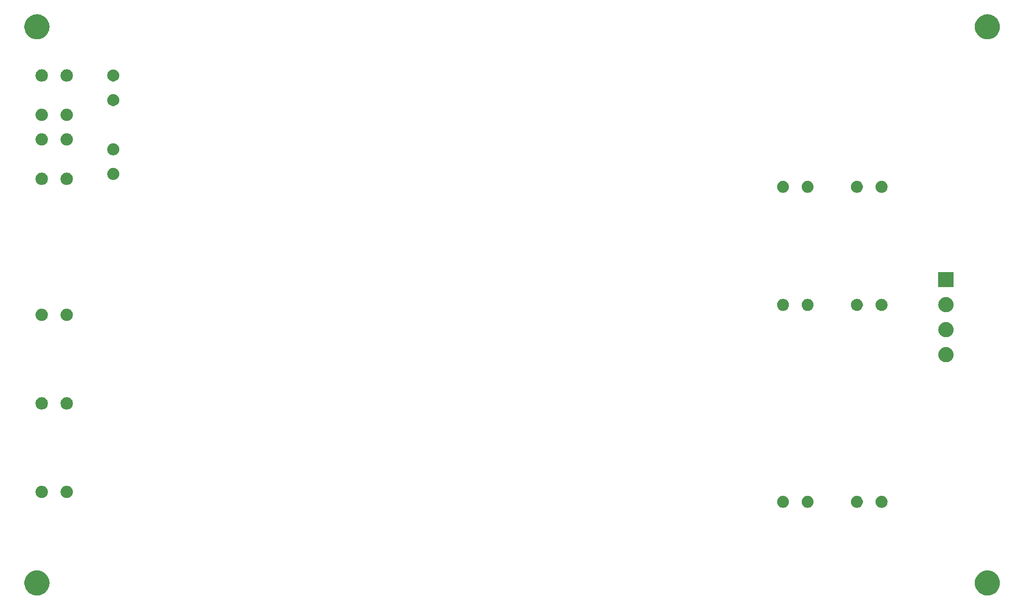
<source format=gbr>
G04 #@! TF.GenerationSoftware,KiCad,Pcbnew,9.0.0*
G04 #@! TF.CreationDate,2025-02-23T15:52:22-07:00*
G04 #@! TF.ProjectId,Power_Supply,506f7765-725f-4537-9570-706c792e6b69,rev?*
G04 #@! TF.SameCoordinates,Original*
G04 #@! TF.FileFunction,Soldermask,Bot*
G04 #@! TF.FilePolarity,Negative*
%FSLAX46Y46*%
G04 Gerber Fmt 4.6, Leading zero omitted, Abs format (unit mm)*
G04 Created by KiCad (PCBNEW 9.0.0) date 2025-02-23 15:52:22*
%MOMM*%
%LPD*%
G01*
G04 APERTURE LIST*
G04 APERTURE END LIST*
G36*
X3927308Y-113985043D02*
G01*
X4206207Y-114048700D01*
X4476225Y-114143183D01*
X4733967Y-114267305D01*
X4976190Y-114419504D01*
X5199850Y-114597867D01*
X5402133Y-114800150D01*
X5580496Y-115023810D01*
X5732695Y-115266033D01*
X5856817Y-115523775D01*
X5951300Y-115793793D01*
X6014957Y-116072692D01*
X6046987Y-116356964D01*
X6046987Y-116643036D01*
X6014957Y-116927308D01*
X5951300Y-117206207D01*
X5856817Y-117476225D01*
X5732695Y-117733967D01*
X5580496Y-117976190D01*
X5402133Y-118199850D01*
X5199850Y-118402133D01*
X4976190Y-118580496D01*
X4733967Y-118732695D01*
X4476225Y-118856817D01*
X4206207Y-118951300D01*
X3927308Y-119014957D01*
X3643036Y-119046987D01*
X3356964Y-119046987D01*
X3072692Y-119014957D01*
X2793793Y-118951300D01*
X2523775Y-118856817D01*
X2266033Y-118732695D01*
X2023810Y-118580496D01*
X1800150Y-118402133D01*
X1597867Y-118199850D01*
X1419504Y-117976190D01*
X1267305Y-117733967D01*
X1143183Y-117476225D01*
X1048700Y-117206207D01*
X985043Y-116927308D01*
X953013Y-116643036D01*
X953013Y-116356964D01*
X985043Y-116072692D01*
X1048700Y-115793793D01*
X1143183Y-115523775D01*
X1267305Y-115266033D01*
X1419504Y-115023810D01*
X1597867Y-114800150D01*
X1800150Y-114597867D01*
X2023810Y-114419504D01*
X2266033Y-114267305D01*
X2523775Y-114143183D01*
X2793793Y-114048700D01*
X3072692Y-113985043D01*
X3356964Y-113953013D01*
X3643036Y-113953013D01*
X3927308Y-113985043D01*
G37*
G36*
X196927308Y-113985043D02*
G01*
X197206207Y-114048700D01*
X197476225Y-114143183D01*
X197733967Y-114267305D01*
X197976190Y-114419504D01*
X198199850Y-114597867D01*
X198402133Y-114800150D01*
X198580496Y-115023810D01*
X198732695Y-115266033D01*
X198856817Y-115523775D01*
X198951300Y-115793793D01*
X199014957Y-116072692D01*
X199046987Y-116356964D01*
X199046987Y-116643036D01*
X199014957Y-116927308D01*
X198951300Y-117206207D01*
X198856817Y-117476225D01*
X198732695Y-117733967D01*
X198580496Y-117976190D01*
X198402133Y-118199850D01*
X198199850Y-118402133D01*
X197976190Y-118580496D01*
X197733967Y-118732695D01*
X197476225Y-118856817D01*
X197206207Y-118951300D01*
X196927308Y-119014957D01*
X196643036Y-119046987D01*
X196356964Y-119046987D01*
X196072692Y-119014957D01*
X195793793Y-118951300D01*
X195523775Y-118856817D01*
X195266033Y-118732695D01*
X195023810Y-118580496D01*
X194800150Y-118402133D01*
X194597867Y-118199850D01*
X194419504Y-117976190D01*
X194267305Y-117733967D01*
X194143183Y-117476225D01*
X194048700Y-117206207D01*
X193985043Y-116927308D01*
X193953013Y-116643036D01*
X193953013Y-116356964D01*
X193985043Y-116072692D01*
X194048700Y-115793793D01*
X194143183Y-115523775D01*
X194267305Y-115266033D01*
X194419504Y-115023810D01*
X194597867Y-114800150D01*
X194800150Y-114597867D01*
X195023810Y-114419504D01*
X195266033Y-114267305D01*
X195523775Y-114143183D01*
X195793793Y-114048700D01*
X196072692Y-113985043D01*
X196356964Y-113953013D01*
X196643036Y-113953013D01*
X196927308Y-113985043D01*
G37*
G36*
X155286204Y-98807874D02*
G01*
X155469170Y-98867324D01*
X155640583Y-98954663D01*
X155796223Y-99067742D01*
X155932258Y-99203777D01*
X156045337Y-99359417D01*
X156132676Y-99530830D01*
X156192126Y-99713796D01*
X156222221Y-99903809D01*
X156222221Y-100096191D01*
X156192126Y-100286204D01*
X156132676Y-100469170D01*
X156045337Y-100640583D01*
X155932258Y-100796223D01*
X155796223Y-100932258D01*
X155640583Y-101045337D01*
X155469170Y-101132676D01*
X155286204Y-101192126D01*
X155096191Y-101222221D01*
X154903809Y-101222221D01*
X154713796Y-101192126D01*
X154530830Y-101132676D01*
X154359417Y-101045337D01*
X154203777Y-100932258D01*
X154067742Y-100796223D01*
X153954663Y-100640583D01*
X153867324Y-100469170D01*
X153807874Y-100286204D01*
X153777779Y-100096191D01*
X153777779Y-99903809D01*
X153807874Y-99713796D01*
X153867324Y-99530830D01*
X153954663Y-99359417D01*
X154067742Y-99203777D01*
X154203777Y-99067742D01*
X154359417Y-98954663D01*
X154530830Y-98867324D01*
X154713796Y-98807874D01*
X154903809Y-98777779D01*
X155096191Y-98777779D01*
X155286204Y-98807874D01*
G37*
G36*
X160286204Y-98807874D02*
G01*
X160469170Y-98867324D01*
X160640583Y-98954663D01*
X160796223Y-99067742D01*
X160932258Y-99203777D01*
X161045337Y-99359417D01*
X161132676Y-99530830D01*
X161192126Y-99713796D01*
X161222221Y-99903809D01*
X161222221Y-100096191D01*
X161192126Y-100286204D01*
X161132676Y-100469170D01*
X161045337Y-100640583D01*
X160932258Y-100796223D01*
X160796223Y-100932258D01*
X160640583Y-101045337D01*
X160469170Y-101132676D01*
X160286204Y-101192126D01*
X160096191Y-101222221D01*
X159903809Y-101222221D01*
X159713796Y-101192126D01*
X159530830Y-101132676D01*
X159359417Y-101045337D01*
X159203777Y-100932258D01*
X159067742Y-100796223D01*
X158954663Y-100640583D01*
X158867324Y-100469170D01*
X158807874Y-100286204D01*
X158777779Y-100096191D01*
X158777779Y-99903809D01*
X158807874Y-99713796D01*
X158867324Y-99530830D01*
X158954663Y-99359417D01*
X159067742Y-99203777D01*
X159203777Y-99067742D01*
X159359417Y-98954663D01*
X159530830Y-98867324D01*
X159713796Y-98807874D01*
X159903809Y-98777779D01*
X160096191Y-98777779D01*
X160286204Y-98807874D01*
G37*
G36*
X170286204Y-98807874D02*
G01*
X170469170Y-98867324D01*
X170640583Y-98954663D01*
X170796223Y-99067742D01*
X170932258Y-99203777D01*
X171045337Y-99359417D01*
X171132676Y-99530830D01*
X171192126Y-99713796D01*
X171222221Y-99903809D01*
X171222221Y-100096191D01*
X171192126Y-100286204D01*
X171132676Y-100469170D01*
X171045337Y-100640583D01*
X170932258Y-100796223D01*
X170796223Y-100932258D01*
X170640583Y-101045337D01*
X170469170Y-101132676D01*
X170286204Y-101192126D01*
X170096191Y-101222221D01*
X169903809Y-101222221D01*
X169713796Y-101192126D01*
X169530830Y-101132676D01*
X169359417Y-101045337D01*
X169203777Y-100932258D01*
X169067742Y-100796223D01*
X168954663Y-100640583D01*
X168867324Y-100469170D01*
X168807874Y-100286204D01*
X168777779Y-100096191D01*
X168777779Y-99903809D01*
X168807874Y-99713796D01*
X168867324Y-99530830D01*
X168954663Y-99359417D01*
X169067742Y-99203777D01*
X169203777Y-99067742D01*
X169359417Y-98954663D01*
X169530830Y-98867324D01*
X169713796Y-98807874D01*
X169903809Y-98777779D01*
X170096191Y-98777779D01*
X170286204Y-98807874D01*
G37*
G36*
X175286204Y-98807874D02*
G01*
X175469170Y-98867324D01*
X175640583Y-98954663D01*
X175796223Y-99067742D01*
X175932258Y-99203777D01*
X176045337Y-99359417D01*
X176132676Y-99530830D01*
X176192126Y-99713796D01*
X176222221Y-99903809D01*
X176222221Y-100096191D01*
X176192126Y-100286204D01*
X176132676Y-100469170D01*
X176045337Y-100640583D01*
X175932258Y-100796223D01*
X175796223Y-100932258D01*
X175640583Y-101045337D01*
X175469170Y-101132676D01*
X175286204Y-101192126D01*
X175096191Y-101222221D01*
X174903809Y-101222221D01*
X174713796Y-101192126D01*
X174530830Y-101132676D01*
X174359417Y-101045337D01*
X174203777Y-100932258D01*
X174067742Y-100796223D01*
X173954663Y-100640583D01*
X173867324Y-100469170D01*
X173807874Y-100286204D01*
X173777779Y-100096191D01*
X173777779Y-99903809D01*
X173807874Y-99713796D01*
X173867324Y-99530830D01*
X173954663Y-99359417D01*
X174067742Y-99203777D01*
X174203777Y-99067742D01*
X174359417Y-98954663D01*
X174530830Y-98867324D01*
X174713796Y-98807874D01*
X174903809Y-98777779D01*
X175096191Y-98777779D01*
X175286204Y-98807874D01*
G37*
G36*
X4752040Y-96783565D02*
G01*
X4938737Y-96844227D01*
X5113646Y-96933347D01*
X5272460Y-97048732D01*
X5411268Y-97187540D01*
X5526653Y-97346354D01*
X5615773Y-97521263D01*
X5676435Y-97707960D01*
X5707144Y-97901848D01*
X5707144Y-98098152D01*
X5676435Y-98292040D01*
X5615773Y-98478737D01*
X5526653Y-98653646D01*
X5411268Y-98812460D01*
X5272460Y-98951268D01*
X5113646Y-99066653D01*
X4938737Y-99155773D01*
X4752040Y-99216435D01*
X4558152Y-99247144D01*
X4361848Y-99247144D01*
X4167960Y-99216435D01*
X3981263Y-99155773D01*
X3806354Y-99066653D01*
X3647540Y-98951268D01*
X3508732Y-98812460D01*
X3393347Y-98653646D01*
X3304227Y-98478737D01*
X3243565Y-98292040D01*
X3212856Y-98098152D01*
X3212856Y-97901848D01*
X3243565Y-97707960D01*
X3304227Y-97521263D01*
X3393347Y-97346354D01*
X3508732Y-97187540D01*
X3647540Y-97048732D01*
X3806354Y-96933347D01*
X3981263Y-96844227D01*
X4167960Y-96783565D01*
X4361848Y-96752856D01*
X4558152Y-96752856D01*
X4752040Y-96783565D01*
G37*
G36*
X9832040Y-96783565D02*
G01*
X10018737Y-96844227D01*
X10193646Y-96933347D01*
X10352460Y-97048732D01*
X10491268Y-97187540D01*
X10606653Y-97346354D01*
X10695773Y-97521263D01*
X10756435Y-97707960D01*
X10787144Y-97901848D01*
X10787144Y-98098152D01*
X10756435Y-98292040D01*
X10695773Y-98478737D01*
X10606653Y-98653646D01*
X10491268Y-98812460D01*
X10352460Y-98951268D01*
X10193646Y-99066653D01*
X10018737Y-99155773D01*
X9832040Y-99216435D01*
X9638152Y-99247144D01*
X9441848Y-99247144D01*
X9247960Y-99216435D01*
X9061263Y-99155773D01*
X8886354Y-99066653D01*
X8727540Y-98951268D01*
X8588732Y-98812460D01*
X8473347Y-98653646D01*
X8384227Y-98478737D01*
X8323565Y-98292040D01*
X8292856Y-98098152D01*
X8292856Y-97901848D01*
X8323565Y-97707960D01*
X8384227Y-97521263D01*
X8473347Y-97346354D01*
X8588732Y-97187540D01*
X8727540Y-97048732D01*
X8886354Y-96933347D01*
X9061263Y-96844227D01*
X9247960Y-96783565D01*
X9441848Y-96752856D01*
X9638152Y-96752856D01*
X9832040Y-96783565D01*
G37*
G36*
X4752040Y-78783565D02*
G01*
X4938737Y-78844227D01*
X5113646Y-78933347D01*
X5272460Y-79048732D01*
X5411268Y-79187540D01*
X5526653Y-79346354D01*
X5615773Y-79521263D01*
X5676435Y-79707960D01*
X5707144Y-79901848D01*
X5707144Y-80098152D01*
X5676435Y-80292040D01*
X5615773Y-80478737D01*
X5526653Y-80653646D01*
X5411268Y-80812460D01*
X5272460Y-80951268D01*
X5113646Y-81066653D01*
X4938737Y-81155773D01*
X4752040Y-81216435D01*
X4558152Y-81247144D01*
X4361848Y-81247144D01*
X4167960Y-81216435D01*
X3981263Y-81155773D01*
X3806354Y-81066653D01*
X3647540Y-80951268D01*
X3508732Y-80812460D01*
X3393347Y-80653646D01*
X3304227Y-80478737D01*
X3243565Y-80292040D01*
X3212856Y-80098152D01*
X3212856Y-79901848D01*
X3243565Y-79707960D01*
X3304227Y-79521263D01*
X3393347Y-79346354D01*
X3508732Y-79187540D01*
X3647540Y-79048732D01*
X3806354Y-78933347D01*
X3981263Y-78844227D01*
X4167960Y-78783565D01*
X4361848Y-78752856D01*
X4558152Y-78752856D01*
X4752040Y-78783565D01*
G37*
G36*
X9832040Y-78783565D02*
G01*
X10018737Y-78844227D01*
X10193646Y-78933347D01*
X10352460Y-79048732D01*
X10491268Y-79187540D01*
X10606653Y-79346354D01*
X10695773Y-79521263D01*
X10756435Y-79707960D01*
X10787144Y-79901848D01*
X10787144Y-80098152D01*
X10756435Y-80292040D01*
X10695773Y-80478737D01*
X10606653Y-80653646D01*
X10491268Y-80812460D01*
X10352460Y-80951268D01*
X10193646Y-81066653D01*
X10018737Y-81155773D01*
X9832040Y-81216435D01*
X9638152Y-81247144D01*
X9441848Y-81247144D01*
X9247960Y-81216435D01*
X9061263Y-81155773D01*
X8886354Y-81066653D01*
X8727540Y-80951268D01*
X8588732Y-80812460D01*
X8473347Y-80653646D01*
X8384227Y-80478737D01*
X8323565Y-80292040D01*
X8292856Y-80098152D01*
X8292856Y-79901848D01*
X8323565Y-79707960D01*
X8384227Y-79521263D01*
X8473347Y-79346354D01*
X8588732Y-79187540D01*
X8727540Y-79048732D01*
X8886354Y-78933347D01*
X9061263Y-78844227D01*
X9247960Y-78783565D01*
X9441848Y-78752856D01*
X9638152Y-78752856D01*
X9832040Y-78783565D01*
G37*
G36*
X188197482Y-68557781D02*
G01*
X188208690Y-68557781D01*
X188263888Y-68566523D01*
X188389534Y-68583065D01*
X188420189Y-68591279D01*
X188449074Y-68595854D01*
X188504620Y-68613902D01*
X188585467Y-68635565D01*
X188637050Y-68656931D01*
X188680542Y-68671063D01*
X188721286Y-68691823D01*
X188772870Y-68713190D01*
X188845353Y-68755038D01*
X188897395Y-68781555D01*
X188921055Y-68798745D01*
X188948539Y-68814613D01*
X189049074Y-68891756D01*
X189094294Y-68924610D01*
X189102219Y-68932535D01*
X189109466Y-68938096D01*
X189252903Y-69081533D01*
X189258463Y-69088779D01*
X189266390Y-69096706D01*
X189299247Y-69141930D01*
X189376386Y-69242460D01*
X189392252Y-69269941D01*
X189409445Y-69293605D01*
X189435964Y-69345652D01*
X189477809Y-69418129D01*
X189499173Y-69469706D01*
X189519937Y-69510458D01*
X189534070Y-69553955D01*
X189555434Y-69605532D01*
X189577093Y-69686366D01*
X189595146Y-69741926D01*
X189599721Y-69770816D01*
X189607934Y-69801465D01*
X189624474Y-69927099D01*
X189633219Y-69982310D01*
X189633219Y-69993518D01*
X189634412Y-70002580D01*
X189634412Y-70205419D01*
X189633219Y-70214480D01*
X189633219Y-70225690D01*
X189624473Y-70280905D01*
X189607934Y-70406534D01*
X189599722Y-70437180D01*
X189595146Y-70466074D01*
X189577091Y-70521638D01*
X189555434Y-70602467D01*
X189534071Y-70654039D01*
X189519937Y-70697542D01*
X189499171Y-70738297D01*
X189477809Y-70789870D01*
X189435968Y-70862338D01*
X189409445Y-70914395D01*
X189392249Y-70938062D01*
X189376386Y-70965539D01*
X189299261Y-71066050D01*
X189266390Y-71111294D01*
X189258459Y-71119224D01*
X189252903Y-71126466D01*
X189109466Y-71269903D01*
X189102224Y-71275459D01*
X189094294Y-71283390D01*
X189049050Y-71316261D01*
X188948539Y-71393386D01*
X188921062Y-71409249D01*
X188897395Y-71426445D01*
X188845338Y-71452968D01*
X188772870Y-71494809D01*
X188721297Y-71516171D01*
X188680542Y-71536937D01*
X188637039Y-71551071D01*
X188585467Y-71572434D01*
X188504638Y-71594091D01*
X188449074Y-71612146D01*
X188420180Y-71616722D01*
X188389534Y-71624934D01*
X188263902Y-71641474D01*
X188208690Y-71650219D01*
X188197481Y-71650219D01*
X188188420Y-71651412D01*
X187985580Y-71651412D01*
X187976519Y-71650219D01*
X187965310Y-71650219D01*
X187910099Y-71641474D01*
X187784465Y-71624934D01*
X187753816Y-71616721D01*
X187724926Y-71612146D01*
X187669366Y-71594093D01*
X187588532Y-71572434D01*
X187536955Y-71551070D01*
X187493458Y-71536937D01*
X187452706Y-71516173D01*
X187401129Y-71494809D01*
X187328652Y-71452964D01*
X187276605Y-71426445D01*
X187252941Y-71409252D01*
X187225460Y-71393386D01*
X187124930Y-71316247D01*
X187079706Y-71283390D01*
X187071779Y-71275463D01*
X187064533Y-71269903D01*
X186921096Y-71126466D01*
X186915535Y-71119219D01*
X186907610Y-71111294D01*
X186874756Y-71066074D01*
X186797613Y-70965539D01*
X186781745Y-70938055D01*
X186764555Y-70914395D01*
X186738038Y-70862353D01*
X186696190Y-70789870D01*
X186674823Y-70738286D01*
X186654063Y-70697542D01*
X186639931Y-70654050D01*
X186618565Y-70602467D01*
X186596902Y-70521620D01*
X186578854Y-70466074D01*
X186574279Y-70437189D01*
X186566065Y-70406534D01*
X186549524Y-70280891D01*
X186540781Y-70225690D01*
X186540781Y-70214480D01*
X186539588Y-70205419D01*
X186539588Y-70002580D01*
X186540781Y-69993518D01*
X186540781Y-69982310D01*
X186549523Y-69927113D01*
X186566065Y-69801465D01*
X186574279Y-69770807D01*
X186578854Y-69741926D01*
X186596900Y-69686383D01*
X186618565Y-69605532D01*
X186639933Y-69553944D01*
X186654063Y-69510458D01*
X186674821Y-69469717D01*
X186696190Y-69418129D01*
X186738042Y-69345637D01*
X186764555Y-69293605D01*
X186781742Y-69269948D01*
X186797613Y-69242460D01*
X186874770Y-69141906D01*
X186907610Y-69096706D01*
X186915532Y-69088783D01*
X186921096Y-69081533D01*
X187064533Y-68938096D01*
X187071783Y-68932532D01*
X187079706Y-68924610D01*
X187124906Y-68891770D01*
X187225460Y-68814613D01*
X187252948Y-68798742D01*
X187276605Y-68781555D01*
X187328637Y-68755042D01*
X187401129Y-68713190D01*
X187452717Y-68691821D01*
X187493458Y-68671063D01*
X187536944Y-68656933D01*
X187588532Y-68635565D01*
X187669383Y-68613900D01*
X187724926Y-68595854D01*
X187753807Y-68591279D01*
X187784465Y-68583065D01*
X187910113Y-68566523D01*
X187965310Y-68557781D01*
X187976518Y-68557781D01*
X187985580Y-68556588D01*
X188188420Y-68556588D01*
X188197482Y-68557781D01*
G37*
G36*
X188197482Y-63477781D02*
G01*
X188208690Y-63477781D01*
X188263888Y-63486523D01*
X188389534Y-63503065D01*
X188420189Y-63511279D01*
X188449074Y-63515854D01*
X188504620Y-63533902D01*
X188585467Y-63555565D01*
X188637050Y-63576931D01*
X188680542Y-63591063D01*
X188721286Y-63611823D01*
X188772870Y-63633190D01*
X188845353Y-63675038D01*
X188897395Y-63701555D01*
X188921055Y-63718745D01*
X188948539Y-63734613D01*
X189049074Y-63811756D01*
X189094294Y-63844610D01*
X189102219Y-63852535D01*
X189109466Y-63858096D01*
X189252903Y-64001533D01*
X189258463Y-64008779D01*
X189266390Y-64016706D01*
X189299247Y-64061930D01*
X189376386Y-64162460D01*
X189392252Y-64189941D01*
X189409445Y-64213605D01*
X189435964Y-64265652D01*
X189477809Y-64338129D01*
X189499173Y-64389706D01*
X189519937Y-64430458D01*
X189534070Y-64473955D01*
X189555434Y-64525532D01*
X189577093Y-64606366D01*
X189595146Y-64661926D01*
X189599721Y-64690816D01*
X189607934Y-64721465D01*
X189624474Y-64847099D01*
X189633219Y-64902310D01*
X189633219Y-64913518D01*
X189634412Y-64922580D01*
X189634412Y-65125419D01*
X189633219Y-65134480D01*
X189633219Y-65145690D01*
X189624473Y-65200905D01*
X189607934Y-65326534D01*
X189599722Y-65357180D01*
X189595146Y-65386074D01*
X189577091Y-65441638D01*
X189555434Y-65522467D01*
X189534071Y-65574039D01*
X189519937Y-65617542D01*
X189499171Y-65658297D01*
X189477809Y-65709870D01*
X189435968Y-65782338D01*
X189409445Y-65834395D01*
X189392249Y-65858062D01*
X189376386Y-65885539D01*
X189299261Y-65986050D01*
X189266390Y-66031294D01*
X189258459Y-66039224D01*
X189252903Y-66046466D01*
X189109466Y-66189903D01*
X189102224Y-66195459D01*
X189094294Y-66203390D01*
X189049050Y-66236261D01*
X188948539Y-66313386D01*
X188921062Y-66329249D01*
X188897395Y-66346445D01*
X188845338Y-66372968D01*
X188772870Y-66414809D01*
X188721297Y-66436171D01*
X188680542Y-66456937D01*
X188637039Y-66471071D01*
X188585467Y-66492434D01*
X188504638Y-66514091D01*
X188449074Y-66532146D01*
X188420180Y-66536722D01*
X188389534Y-66544934D01*
X188263902Y-66561474D01*
X188208690Y-66570219D01*
X188197481Y-66570219D01*
X188188420Y-66571412D01*
X187985580Y-66571412D01*
X187976519Y-66570219D01*
X187965310Y-66570219D01*
X187910099Y-66561474D01*
X187784465Y-66544934D01*
X187753816Y-66536721D01*
X187724926Y-66532146D01*
X187669366Y-66514093D01*
X187588532Y-66492434D01*
X187536955Y-66471070D01*
X187493458Y-66456937D01*
X187452706Y-66436173D01*
X187401129Y-66414809D01*
X187328652Y-66372964D01*
X187276605Y-66346445D01*
X187252941Y-66329252D01*
X187225460Y-66313386D01*
X187124930Y-66236247D01*
X187079706Y-66203390D01*
X187071779Y-66195463D01*
X187064533Y-66189903D01*
X186921096Y-66046466D01*
X186915535Y-66039219D01*
X186907610Y-66031294D01*
X186874756Y-65986074D01*
X186797613Y-65885539D01*
X186781745Y-65858055D01*
X186764555Y-65834395D01*
X186738038Y-65782353D01*
X186696190Y-65709870D01*
X186674823Y-65658286D01*
X186654063Y-65617542D01*
X186639931Y-65574050D01*
X186618565Y-65522467D01*
X186596902Y-65441620D01*
X186578854Y-65386074D01*
X186574279Y-65357189D01*
X186566065Y-65326534D01*
X186549524Y-65200891D01*
X186540781Y-65145690D01*
X186540781Y-65134480D01*
X186539588Y-65125419D01*
X186539588Y-64922580D01*
X186540781Y-64913518D01*
X186540781Y-64902310D01*
X186549523Y-64847113D01*
X186566065Y-64721465D01*
X186574279Y-64690807D01*
X186578854Y-64661926D01*
X186596900Y-64606383D01*
X186618565Y-64525532D01*
X186639933Y-64473944D01*
X186654063Y-64430458D01*
X186674821Y-64389717D01*
X186696190Y-64338129D01*
X186738042Y-64265637D01*
X186764555Y-64213605D01*
X186781742Y-64189948D01*
X186797613Y-64162460D01*
X186874770Y-64061906D01*
X186907610Y-64016706D01*
X186915532Y-64008783D01*
X186921096Y-64001533D01*
X187064533Y-63858096D01*
X187071783Y-63852532D01*
X187079706Y-63844610D01*
X187124906Y-63811770D01*
X187225460Y-63734613D01*
X187252948Y-63718742D01*
X187276605Y-63701555D01*
X187328637Y-63675042D01*
X187401129Y-63633190D01*
X187452717Y-63611821D01*
X187493458Y-63591063D01*
X187536944Y-63576933D01*
X187588532Y-63555565D01*
X187669383Y-63533900D01*
X187724926Y-63515854D01*
X187753807Y-63511279D01*
X187784465Y-63503065D01*
X187910113Y-63486523D01*
X187965310Y-63477781D01*
X187976518Y-63477781D01*
X187985580Y-63476588D01*
X188188420Y-63476588D01*
X188197482Y-63477781D01*
G37*
G36*
X4752040Y-60783565D02*
G01*
X4938737Y-60844227D01*
X5113646Y-60933347D01*
X5272460Y-61048732D01*
X5411268Y-61187540D01*
X5526653Y-61346354D01*
X5615773Y-61521263D01*
X5676435Y-61707960D01*
X5707144Y-61901848D01*
X5707144Y-62098152D01*
X5676435Y-62292040D01*
X5615773Y-62478737D01*
X5526653Y-62653646D01*
X5411268Y-62812460D01*
X5272460Y-62951268D01*
X5113646Y-63066653D01*
X4938737Y-63155773D01*
X4752040Y-63216435D01*
X4558152Y-63247144D01*
X4361848Y-63247144D01*
X4167960Y-63216435D01*
X3981263Y-63155773D01*
X3806354Y-63066653D01*
X3647540Y-62951268D01*
X3508732Y-62812460D01*
X3393347Y-62653646D01*
X3304227Y-62478737D01*
X3243565Y-62292040D01*
X3212856Y-62098152D01*
X3212856Y-61901848D01*
X3243565Y-61707960D01*
X3304227Y-61521263D01*
X3393347Y-61346354D01*
X3508732Y-61187540D01*
X3647540Y-61048732D01*
X3806354Y-60933347D01*
X3981263Y-60844227D01*
X4167960Y-60783565D01*
X4361848Y-60752856D01*
X4558152Y-60752856D01*
X4752040Y-60783565D01*
G37*
G36*
X9832040Y-60783565D02*
G01*
X10018737Y-60844227D01*
X10193646Y-60933347D01*
X10352460Y-61048732D01*
X10491268Y-61187540D01*
X10606653Y-61346354D01*
X10695773Y-61521263D01*
X10756435Y-61707960D01*
X10787144Y-61901848D01*
X10787144Y-62098152D01*
X10756435Y-62292040D01*
X10695773Y-62478737D01*
X10606653Y-62653646D01*
X10491268Y-62812460D01*
X10352460Y-62951268D01*
X10193646Y-63066653D01*
X10018737Y-63155773D01*
X9832040Y-63216435D01*
X9638152Y-63247144D01*
X9441848Y-63247144D01*
X9247960Y-63216435D01*
X9061263Y-63155773D01*
X8886354Y-63066653D01*
X8727540Y-62951268D01*
X8588732Y-62812460D01*
X8473347Y-62653646D01*
X8384227Y-62478737D01*
X8323565Y-62292040D01*
X8292856Y-62098152D01*
X8292856Y-61901848D01*
X8323565Y-61707960D01*
X8384227Y-61521263D01*
X8473347Y-61346354D01*
X8588732Y-61187540D01*
X8727540Y-61048732D01*
X8886354Y-60933347D01*
X9061263Y-60844227D01*
X9247960Y-60783565D01*
X9441848Y-60752856D01*
X9638152Y-60752856D01*
X9832040Y-60783565D01*
G37*
G36*
X188197482Y-58397781D02*
G01*
X188208690Y-58397781D01*
X188263888Y-58406523D01*
X188389534Y-58423065D01*
X188420189Y-58431279D01*
X188449074Y-58435854D01*
X188504620Y-58453902D01*
X188585467Y-58475565D01*
X188637050Y-58496931D01*
X188680542Y-58511063D01*
X188721286Y-58531823D01*
X188772870Y-58553190D01*
X188845353Y-58595038D01*
X188897395Y-58621555D01*
X188921055Y-58638745D01*
X188948539Y-58654613D01*
X189049074Y-58731756D01*
X189094294Y-58764610D01*
X189102219Y-58772535D01*
X189109466Y-58778096D01*
X189252903Y-58921533D01*
X189258463Y-58928779D01*
X189266390Y-58936706D01*
X189299247Y-58981930D01*
X189376386Y-59082460D01*
X189392252Y-59109941D01*
X189409445Y-59133605D01*
X189435964Y-59185652D01*
X189477809Y-59258129D01*
X189499173Y-59309706D01*
X189519937Y-59350458D01*
X189534070Y-59393955D01*
X189555434Y-59445532D01*
X189577093Y-59526366D01*
X189595146Y-59581926D01*
X189599721Y-59610816D01*
X189607934Y-59641465D01*
X189624474Y-59767099D01*
X189633219Y-59822310D01*
X189633219Y-59833518D01*
X189634412Y-59842580D01*
X189634412Y-60045419D01*
X189633219Y-60054480D01*
X189633219Y-60065690D01*
X189624473Y-60120905D01*
X189607934Y-60246534D01*
X189599722Y-60277180D01*
X189595146Y-60306074D01*
X189577091Y-60361638D01*
X189555434Y-60442467D01*
X189534071Y-60494039D01*
X189519937Y-60537542D01*
X189499171Y-60578297D01*
X189477809Y-60629870D01*
X189435968Y-60702338D01*
X189409445Y-60754395D01*
X189392249Y-60778062D01*
X189376386Y-60805539D01*
X189299261Y-60906050D01*
X189266390Y-60951294D01*
X189258459Y-60959224D01*
X189252903Y-60966466D01*
X189109466Y-61109903D01*
X189102224Y-61115459D01*
X189094294Y-61123390D01*
X189049050Y-61156261D01*
X188948539Y-61233386D01*
X188921062Y-61249249D01*
X188897395Y-61266445D01*
X188845338Y-61292968D01*
X188772870Y-61334809D01*
X188721297Y-61356171D01*
X188680542Y-61376937D01*
X188637039Y-61391071D01*
X188585467Y-61412434D01*
X188504638Y-61434091D01*
X188449074Y-61452146D01*
X188420180Y-61456722D01*
X188389534Y-61464934D01*
X188263902Y-61481474D01*
X188208690Y-61490219D01*
X188197481Y-61490219D01*
X188188420Y-61491412D01*
X187985580Y-61491412D01*
X187976519Y-61490219D01*
X187965310Y-61490219D01*
X187910099Y-61481474D01*
X187784465Y-61464934D01*
X187753816Y-61456721D01*
X187724926Y-61452146D01*
X187669366Y-61434093D01*
X187588532Y-61412434D01*
X187536955Y-61391070D01*
X187493458Y-61376937D01*
X187452706Y-61356173D01*
X187401129Y-61334809D01*
X187328652Y-61292964D01*
X187276605Y-61266445D01*
X187252941Y-61249252D01*
X187225460Y-61233386D01*
X187124930Y-61156247D01*
X187079706Y-61123390D01*
X187071779Y-61115463D01*
X187064533Y-61109903D01*
X186921096Y-60966466D01*
X186915535Y-60959219D01*
X186907610Y-60951294D01*
X186874756Y-60906074D01*
X186797613Y-60805539D01*
X186781745Y-60778055D01*
X186764555Y-60754395D01*
X186738038Y-60702353D01*
X186696190Y-60629870D01*
X186674823Y-60578286D01*
X186654063Y-60537542D01*
X186639931Y-60494050D01*
X186618565Y-60442467D01*
X186596902Y-60361620D01*
X186578854Y-60306074D01*
X186574279Y-60277189D01*
X186566065Y-60246534D01*
X186549524Y-60120891D01*
X186540781Y-60065690D01*
X186540781Y-60054480D01*
X186539588Y-60045419D01*
X186539588Y-59842580D01*
X186540781Y-59833518D01*
X186540781Y-59822310D01*
X186549523Y-59767113D01*
X186566065Y-59641465D01*
X186574279Y-59610807D01*
X186578854Y-59581926D01*
X186596900Y-59526383D01*
X186618565Y-59445532D01*
X186639933Y-59393944D01*
X186654063Y-59350458D01*
X186674821Y-59309717D01*
X186696190Y-59258129D01*
X186738042Y-59185637D01*
X186764555Y-59133605D01*
X186781742Y-59109948D01*
X186797613Y-59082460D01*
X186874770Y-58981906D01*
X186907610Y-58936706D01*
X186915532Y-58928783D01*
X186921096Y-58921533D01*
X187064533Y-58778096D01*
X187071783Y-58772532D01*
X187079706Y-58764610D01*
X187124906Y-58731770D01*
X187225460Y-58654613D01*
X187252948Y-58638742D01*
X187276605Y-58621555D01*
X187328637Y-58595042D01*
X187401129Y-58553190D01*
X187452717Y-58531821D01*
X187493458Y-58511063D01*
X187536944Y-58496933D01*
X187588532Y-58475565D01*
X187669383Y-58453900D01*
X187724926Y-58435854D01*
X187753807Y-58431279D01*
X187784465Y-58423065D01*
X187910113Y-58406523D01*
X187965310Y-58397781D01*
X187976518Y-58397781D01*
X187985580Y-58396588D01*
X188188420Y-58396588D01*
X188197482Y-58397781D01*
G37*
G36*
X155286204Y-58807874D02*
G01*
X155469170Y-58867324D01*
X155640583Y-58954663D01*
X155796223Y-59067742D01*
X155932258Y-59203777D01*
X156045337Y-59359417D01*
X156132676Y-59530830D01*
X156192126Y-59713796D01*
X156222221Y-59903809D01*
X156222221Y-60096191D01*
X156192126Y-60286204D01*
X156132676Y-60469170D01*
X156045337Y-60640583D01*
X155932258Y-60796223D01*
X155796223Y-60932258D01*
X155640583Y-61045337D01*
X155469170Y-61132676D01*
X155286204Y-61192126D01*
X155096191Y-61222221D01*
X154903809Y-61222221D01*
X154713796Y-61192126D01*
X154530830Y-61132676D01*
X154359417Y-61045337D01*
X154203777Y-60932258D01*
X154067742Y-60796223D01*
X153954663Y-60640583D01*
X153867324Y-60469170D01*
X153807874Y-60286204D01*
X153777779Y-60096191D01*
X153777779Y-59903809D01*
X153807874Y-59713796D01*
X153867324Y-59530830D01*
X153954663Y-59359417D01*
X154067742Y-59203777D01*
X154203777Y-59067742D01*
X154359417Y-58954663D01*
X154530830Y-58867324D01*
X154713796Y-58807874D01*
X154903809Y-58777779D01*
X155096191Y-58777779D01*
X155286204Y-58807874D01*
G37*
G36*
X160286204Y-58807874D02*
G01*
X160469170Y-58867324D01*
X160640583Y-58954663D01*
X160796223Y-59067742D01*
X160932258Y-59203777D01*
X161045337Y-59359417D01*
X161132676Y-59530830D01*
X161192126Y-59713796D01*
X161222221Y-59903809D01*
X161222221Y-60096191D01*
X161192126Y-60286204D01*
X161132676Y-60469170D01*
X161045337Y-60640583D01*
X160932258Y-60796223D01*
X160796223Y-60932258D01*
X160640583Y-61045337D01*
X160469170Y-61132676D01*
X160286204Y-61192126D01*
X160096191Y-61222221D01*
X159903809Y-61222221D01*
X159713796Y-61192126D01*
X159530830Y-61132676D01*
X159359417Y-61045337D01*
X159203777Y-60932258D01*
X159067742Y-60796223D01*
X158954663Y-60640583D01*
X158867324Y-60469170D01*
X158807874Y-60286204D01*
X158777779Y-60096191D01*
X158777779Y-59903809D01*
X158807874Y-59713796D01*
X158867324Y-59530830D01*
X158954663Y-59359417D01*
X159067742Y-59203777D01*
X159203777Y-59067742D01*
X159359417Y-58954663D01*
X159530830Y-58867324D01*
X159713796Y-58807874D01*
X159903809Y-58777779D01*
X160096191Y-58777779D01*
X160286204Y-58807874D01*
G37*
G36*
X170286204Y-58807874D02*
G01*
X170469170Y-58867324D01*
X170640583Y-58954663D01*
X170796223Y-59067742D01*
X170932258Y-59203777D01*
X171045337Y-59359417D01*
X171132676Y-59530830D01*
X171192126Y-59713796D01*
X171222221Y-59903809D01*
X171222221Y-60096191D01*
X171192126Y-60286204D01*
X171132676Y-60469170D01*
X171045337Y-60640583D01*
X170932258Y-60796223D01*
X170796223Y-60932258D01*
X170640583Y-61045337D01*
X170469170Y-61132676D01*
X170286204Y-61192126D01*
X170096191Y-61222221D01*
X169903809Y-61222221D01*
X169713796Y-61192126D01*
X169530830Y-61132676D01*
X169359417Y-61045337D01*
X169203777Y-60932258D01*
X169067742Y-60796223D01*
X168954663Y-60640583D01*
X168867324Y-60469170D01*
X168807874Y-60286204D01*
X168777779Y-60096191D01*
X168777779Y-59903809D01*
X168807874Y-59713796D01*
X168867324Y-59530830D01*
X168954663Y-59359417D01*
X169067742Y-59203777D01*
X169203777Y-59067742D01*
X169359417Y-58954663D01*
X169530830Y-58867324D01*
X169713796Y-58807874D01*
X169903809Y-58777779D01*
X170096191Y-58777779D01*
X170286204Y-58807874D01*
G37*
G36*
X175286204Y-58807874D02*
G01*
X175469170Y-58867324D01*
X175640583Y-58954663D01*
X175796223Y-59067742D01*
X175932258Y-59203777D01*
X176045337Y-59359417D01*
X176132676Y-59530830D01*
X176192126Y-59713796D01*
X176222221Y-59903809D01*
X176222221Y-60096191D01*
X176192126Y-60286204D01*
X176132676Y-60469170D01*
X176045337Y-60640583D01*
X175932258Y-60796223D01*
X175796223Y-60932258D01*
X175640583Y-61045337D01*
X175469170Y-61132676D01*
X175286204Y-61192126D01*
X175096191Y-61222221D01*
X174903809Y-61222221D01*
X174713796Y-61192126D01*
X174530830Y-61132676D01*
X174359417Y-61045337D01*
X174203777Y-60932258D01*
X174067742Y-60796223D01*
X173954663Y-60640583D01*
X173867324Y-60469170D01*
X173807874Y-60286204D01*
X173777779Y-60096191D01*
X173777779Y-59903809D01*
X173807874Y-59713796D01*
X173867324Y-59530830D01*
X173954663Y-59359417D01*
X174067742Y-59203777D01*
X174203777Y-59067742D01*
X174359417Y-58954663D01*
X174530830Y-58867324D01*
X174713796Y-58807874D01*
X174903809Y-58777779D01*
X175096191Y-58777779D01*
X175286204Y-58807874D01*
G37*
G36*
X189606517Y-53316882D02*
G01*
X189623062Y-53327938D01*
X189634118Y-53344483D01*
X189638000Y-53364000D01*
X189638000Y-56364000D01*
X189634118Y-56383517D01*
X189623062Y-56400062D01*
X189606517Y-56411118D01*
X189587000Y-56415000D01*
X186587000Y-56415000D01*
X186567483Y-56411118D01*
X186550938Y-56400062D01*
X186539882Y-56383517D01*
X186536000Y-56364000D01*
X186536000Y-53364000D01*
X186539882Y-53344483D01*
X186550938Y-53327938D01*
X186567483Y-53316882D01*
X186587000Y-53313000D01*
X189587000Y-53313000D01*
X189606517Y-53316882D01*
G37*
G36*
X155286204Y-34807874D02*
G01*
X155469170Y-34867324D01*
X155640583Y-34954663D01*
X155796223Y-35067742D01*
X155932258Y-35203777D01*
X156045337Y-35359417D01*
X156132676Y-35530830D01*
X156192126Y-35713796D01*
X156222221Y-35903809D01*
X156222221Y-36096191D01*
X156192126Y-36286204D01*
X156132676Y-36469170D01*
X156045337Y-36640583D01*
X155932258Y-36796223D01*
X155796223Y-36932258D01*
X155640583Y-37045337D01*
X155469170Y-37132676D01*
X155286204Y-37192126D01*
X155096191Y-37222221D01*
X154903809Y-37222221D01*
X154713796Y-37192126D01*
X154530830Y-37132676D01*
X154359417Y-37045337D01*
X154203777Y-36932258D01*
X154067742Y-36796223D01*
X153954663Y-36640583D01*
X153867324Y-36469170D01*
X153807874Y-36286204D01*
X153777779Y-36096191D01*
X153777779Y-35903809D01*
X153807874Y-35713796D01*
X153867324Y-35530830D01*
X153954663Y-35359417D01*
X154067742Y-35203777D01*
X154203777Y-35067742D01*
X154359417Y-34954663D01*
X154530830Y-34867324D01*
X154713796Y-34807874D01*
X154903809Y-34777779D01*
X155096191Y-34777779D01*
X155286204Y-34807874D01*
G37*
G36*
X160286204Y-34807874D02*
G01*
X160469170Y-34867324D01*
X160640583Y-34954663D01*
X160796223Y-35067742D01*
X160932258Y-35203777D01*
X161045337Y-35359417D01*
X161132676Y-35530830D01*
X161192126Y-35713796D01*
X161222221Y-35903809D01*
X161222221Y-36096191D01*
X161192126Y-36286204D01*
X161132676Y-36469170D01*
X161045337Y-36640583D01*
X160932258Y-36796223D01*
X160796223Y-36932258D01*
X160640583Y-37045337D01*
X160469170Y-37132676D01*
X160286204Y-37192126D01*
X160096191Y-37222221D01*
X159903809Y-37222221D01*
X159713796Y-37192126D01*
X159530830Y-37132676D01*
X159359417Y-37045337D01*
X159203777Y-36932258D01*
X159067742Y-36796223D01*
X158954663Y-36640583D01*
X158867324Y-36469170D01*
X158807874Y-36286204D01*
X158777779Y-36096191D01*
X158777779Y-35903809D01*
X158807874Y-35713796D01*
X158867324Y-35530830D01*
X158954663Y-35359417D01*
X159067742Y-35203777D01*
X159203777Y-35067742D01*
X159359417Y-34954663D01*
X159530830Y-34867324D01*
X159713796Y-34807874D01*
X159903809Y-34777779D01*
X160096191Y-34777779D01*
X160286204Y-34807874D01*
G37*
G36*
X170286204Y-34807874D02*
G01*
X170469170Y-34867324D01*
X170640583Y-34954663D01*
X170796223Y-35067742D01*
X170932258Y-35203777D01*
X171045337Y-35359417D01*
X171132676Y-35530830D01*
X171192126Y-35713796D01*
X171222221Y-35903809D01*
X171222221Y-36096191D01*
X171192126Y-36286204D01*
X171132676Y-36469170D01*
X171045337Y-36640583D01*
X170932258Y-36796223D01*
X170796223Y-36932258D01*
X170640583Y-37045337D01*
X170469170Y-37132676D01*
X170286204Y-37192126D01*
X170096191Y-37222221D01*
X169903809Y-37222221D01*
X169713796Y-37192126D01*
X169530830Y-37132676D01*
X169359417Y-37045337D01*
X169203777Y-36932258D01*
X169067742Y-36796223D01*
X168954663Y-36640583D01*
X168867324Y-36469170D01*
X168807874Y-36286204D01*
X168777779Y-36096191D01*
X168777779Y-35903809D01*
X168807874Y-35713796D01*
X168867324Y-35530830D01*
X168954663Y-35359417D01*
X169067742Y-35203777D01*
X169203777Y-35067742D01*
X169359417Y-34954663D01*
X169530830Y-34867324D01*
X169713796Y-34807874D01*
X169903809Y-34777779D01*
X170096191Y-34777779D01*
X170286204Y-34807874D01*
G37*
G36*
X175286204Y-34807874D02*
G01*
X175469170Y-34867324D01*
X175640583Y-34954663D01*
X175796223Y-35067742D01*
X175932258Y-35203777D01*
X176045337Y-35359417D01*
X176132676Y-35530830D01*
X176192126Y-35713796D01*
X176222221Y-35903809D01*
X176222221Y-36096191D01*
X176192126Y-36286204D01*
X176132676Y-36469170D01*
X176045337Y-36640583D01*
X175932258Y-36796223D01*
X175796223Y-36932258D01*
X175640583Y-37045337D01*
X175469170Y-37132676D01*
X175286204Y-37192126D01*
X175096191Y-37222221D01*
X174903809Y-37222221D01*
X174713796Y-37192126D01*
X174530830Y-37132676D01*
X174359417Y-37045337D01*
X174203777Y-36932258D01*
X174067742Y-36796223D01*
X173954663Y-36640583D01*
X173867324Y-36469170D01*
X173807874Y-36286204D01*
X173777779Y-36096191D01*
X173777779Y-35903809D01*
X173807874Y-35713796D01*
X173867324Y-35530830D01*
X173954663Y-35359417D01*
X174067742Y-35203777D01*
X174203777Y-35067742D01*
X174359417Y-34954663D01*
X174530830Y-34867324D01*
X174713796Y-34807874D01*
X174903809Y-34777779D01*
X175096191Y-34777779D01*
X175286204Y-34807874D01*
G37*
G36*
X4752040Y-33161765D02*
G01*
X4938737Y-33222427D01*
X5113646Y-33311547D01*
X5272460Y-33426932D01*
X5411268Y-33565740D01*
X5526653Y-33724554D01*
X5615773Y-33899463D01*
X5676435Y-34086160D01*
X5707144Y-34280048D01*
X5707144Y-34476352D01*
X5676435Y-34670240D01*
X5615773Y-34856937D01*
X5526653Y-35031846D01*
X5411268Y-35190660D01*
X5272460Y-35329468D01*
X5113646Y-35444853D01*
X4938737Y-35533973D01*
X4752040Y-35594635D01*
X4558152Y-35625344D01*
X4361848Y-35625344D01*
X4167960Y-35594635D01*
X3981263Y-35533973D01*
X3806354Y-35444853D01*
X3647540Y-35329468D01*
X3508732Y-35190660D01*
X3393347Y-35031846D01*
X3304227Y-34856937D01*
X3243565Y-34670240D01*
X3212856Y-34476352D01*
X3212856Y-34280048D01*
X3243565Y-34086160D01*
X3304227Y-33899463D01*
X3393347Y-33724554D01*
X3508732Y-33565740D01*
X3647540Y-33426932D01*
X3806354Y-33311547D01*
X3981263Y-33222427D01*
X4167960Y-33161765D01*
X4361848Y-33131056D01*
X4558152Y-33131056D01*
X4752040Y-33161765D01*
G37*
G36*
X9832040Y-33161765D02*
G01*
X10018737Y-33222427D01*
X10193646Y-33311547D01*
X10352460Y-33426932D01*
X10491268Y-33565740D01*
X10606653Y-33724554D01*
X10695773Y-33899463D01*
X10756435Y-34086160D01*
X10787144Y-34280048D01*
X10787144Y-34476352D01*
X10756435Y-34670240D01*
X10695773Y-34856937D01*
X10606653Y-35031846D01*
X10491268Y-35190660D01*
X10352460Y-35329468D01*
X10193646Y-35444853D01*
X10018737Y-35533973D01*
X9832040Y-35594635D01*
X9638152Y-35625344D01*
X9441848Y-35625344D01*
X9247960Y-35594635D01*
X9061263Y-35533973D01*
X8886354Y-35444853D01*
X8727540Y-35329468D01*
X8588732Y-35190660D01*
X8473347Y-35031846D01*
X8384227Y-34856937D01*
X8323565Y-34670240D01*
X8292856Y-34476352D01*
X8292856Y-34280048D01*
X8323565Y-34086160D01*
X8384227Y-33899463D01*
X8473347Y-33724554D01*
X8588732Y-33565740D01*
X8727540Y-33426932D01*
X8886354Y-33311547D01*
X9061263Y-33222427D01*
X9247960Y-33161765D01*
X9441848Y-33131056D01*
X9638152Y-33131056D01*
X9832040Y-33161765D01*
G37*
G36*
X19286204Y-32186074D02*
G01*
X19469170Y-32245524D01*
X19640583Y-32332863D01*
X19796223Y-32445942D01*
X19932258Y-32581977D01*
X20045337Y-32737617D01*
X20132676Y-32909030D01*
X20192126Y-33091996D01*
X20222221Y-33282009D01*
X20222221Y-33474391D01*
X20192126Y-33664404D01*
X20132676Y-33847370D01*
X20045337Y-34018783D01*
X19932258Y-34174423D01*
X19796223Y-34310458D01*
X19640583Y-34423537D01*
X19469170Y-34510876D01*
X19286204Y-34570326D01*
X19096191Y-34600421D01*
X18903809Y-34600421D01*
X18713796Y-34570326D01*
X18530830Y-34510876D01*
X18359417Y-34423537D01*
X18203777Y-34310458D01*
X18067742Y-34174423D01*
X17954663Y-34018783D01*
X17867324Y-33847370D01*
X17807874Y-33664404D01*
X17777779Y-33474391D01*
X17777779Y-33282009D01*
X17807874Y-33091996D01*
X17867324Y-32909030D01*
X17954663Y-32737617D01*
X18067742Y-32581977D01*
X18203777Y-32445942D01*
X18359417Y-32332863D01*
X18530830Y-32245524D01*
X18713796Y-32186074D01*
X18903809Y-32155979D01*
X19096191Y-32155979D01*
X19286204Y-32186074D01*
G37*
G36*
X19286204Y-27186074D02*
G01*
X19469170Y-27245524D01*
X19640583Y-27332863D01*
X19796223Y-27445942D01*
X19932258Y-27581977D01*
X20045337Y-27737617D01*
X20132676Y-27909030D01*
X20192126Y-28091996D01*
X20222221Y-28282009D01*
X20222221Y-28474391D01*
X20192126Y-28664404D01*
X20132676Y-28847370D01*
X20045337Y-29018783D01*
X19932258Y-29174423D01*
X19796223Y-29310458D01*
X19640583Y-29423537D01*
X19469170Y-29510876D01*
X19286204Y-29570326D01*
X19096191Y-29600421D01*
X18903809Y-29600421D01*
X18713796Y-29570326D01*
X18530830Y-29510876D01*
X18359417Y-29423537D01*
X18203777Y-29310458D01*
X18067742Y-29174423D01*
X17954663Y-29018783D01*
X17867324Y-28847370D01*
X17807874Y-28664404D01*
X17777779Y-28474391D01*
X17777779Y-28282009D01*
X17807874Y-28091996D01*
X17867324Y-27909030D01*
X17954663Y-27737617D01*
X18067742Y-27581977D01*
X18203777Y-27445942D01*
X18359417Y-27332863D01*
X18530830Y-27245524D01*
X18713796Y-27186074D01*
X18903809Y-27155979D01*
X19096191Y-27155979D01*
X19286204Y-27186074D01*
G37*
G36*
X4752040Y-25161765D02*
G01*
X4938737Y-25222427D01*
X5113646Y-25311547D01*
X5272460Y-25426932D01*
X5411268Y-25565740D01*
X5526653Y-25724554D01*
X5615773Y-25899463D01*
X5676435Y-26086160D01*
X5707144Y-26280048D01*
X5707144Y-26476352D01*
X5676435Y-26670240D01*
X5615773Y-26856937D01*
X5526653Y-27031846D01*
X5411268Y-27190660D01*
X5272460Y-27329468D01*
X5113646Y-27444853D01*
X4938737Y-27533973D01*
X4752040Y-27594635D01*
X4558152Y-27625344D01*
X4361848Y-27625344D01*
X4167960Y-27594635D01*
X3981263Y-27533973D01*
X3806354Y-27444853D01*
X3647540Y-27329468D01*
X3508732Y-27190660D01*
X3393347Y-27031846D01*
X3304227Y-26856937D01*
X3243565Y-26670240D01*
X3212856Y-26476352D01*
X3212856Y-26280048D01*
X3243565Y-26086160D01*
X3304227Y-25899463D01*
X3393347Y-25724554D01*
X3508732Y-25565740D01*
X3647540Y-25426932D01*
X3806354Y-25311547D01*
X3981263Y-25222427D01*
X4167960Y-25161765D01*
X4361848Y-25131056D01*
X4558152Y-25131056D01*
X4752040Y-25161765D01*
G37*
G36*
X9832040Y-25161765D02*
G01*
X10018737Y-25222427D01*
X10193646Y-25311547D01*
X10352460Y-25426932D01*
X10491268Y-25565740D01*
X10606653Y-25724554D01*
X10695773Y-25899463D01*
X10756435Y-26086160D01*
X10787144Y-26280048D01*
X10787144Y-26476352D01*
X10756435Y-26670240D01*
X10695773Y-26856937D01*
X10606653Y-27031846D01*
X10491268Y-27190660D01*
X10352460Y-27329468D01*
X10193646Y-27444853D01*
X10018737Y-27533973D01*
X9832040Y-27594635D01*
X9638152Y-27625344D01*
X9441848Y-27625344D01*
X9247960Y-27594635D01*
X9061263Y-27533973D01*
X8886354Y-27444853D01*
X8727540Y-27329468D01*
X8588732Y-27190660D01*
X8473347Y-27031846D01*
X8384227Y-26856937D01*
X8323565Y-26670240D01*
X8292856Y-26476352D01*
X8292856Y-26280048D01*
X8323565Y-26086160D01*
X8384227Y-25899463D01*
X8473347Y-25724554D01*
X8588732Y-25565740D01*
X8727540Y-25426932D01*
X8886354Y-25311547D01*
X9061263Y-25222427D01*
X9247960Y-25161765D01*
X9441848Y-25131056D01*
X9638152Y-25131056D01*
X9832040Y-25161765D01*
G37*
G36*
X4752040Y-20161765D02*
G01*
X4938737Y-20222427D01*
X5113646Y-20311547D01*
X5272460Y-20426932D01*
X5411268Y-20565740D01*
X5526653Y-20724554D01*
X5615773Y-20899463D01*
X5676435Y-21086160D01*
X5707144Y-21280048D01*
X5707144Y-21476352D01*
X5676435Y-21670240D01*
X5615773Y-21856937D01*
X5526653Y-22031846D01*
X5411268Y-22190660D01*
X5272460Y-22329468D01*
X5113646Y-22444853D01*
X4938737Y-22533973D01*
X4752040Y-22594635D01*
X4558152Y-22625344D01*
X4361848Y-22625344D01*
X4167960Y-22594635D01*
X3981263Y-22533973D01*
X3806354Y-22444853D01*
X3647540Y-22329468D01*
X3508732Y-22190660D01*
X3393347Y-22031846D01*
X3304227Y-21856937D01*
X3243565Y-21670240D01*
X3212856Y-21476352D01*
X3212856Y-21280048D01*
X3243565Y-21086160D01*
X3304227Y-20899463D01*
X3393347Y-20724554D01*
X3508732Y-20565740D01*
X3647540Y-20426932D01*
X3806354Y-20311547D01*
X3981263Y-20222427D01*
X4167960Y-20161765D01*
X4361848Y-20131056D01*
X4558152Y-20131056D01*
X4752040Y-20161765D01*
G37*
G36*
X9832040Y-20161765D02*
G01*
X10018737Y-20222427D01*
X10193646Y-20311547D01*
X10352460Y-20426932D01*
X10491268Y-20565740D01*
X10606653Y-20724554D01*
X10695773Y-20899463D01*
X10756435Y-21086160D01*
X10787144Y-21280048D01*
X10787144Y-21476352D01*
X10756435Y-21670240D01*
X10695773Y-21856937D01*
X10606653Y-22031846D01*
X10491268Y-22190660D01*
X10352460Y-22329468D01*
X10193646Y-22444853D01*
X10018737Y-22533973D01*
X9832040Y-22594635D01*
X9638152Y-22625344D01*
X9441848Y-22625344D01*
X9247960Y-22594635D01*
X9061263Y-22533973D01*
X8886354Y-22444853D01*
X8727540Y-22329468D01*
X8588732Y-22190660D01*
X8473347Y-22031846D01*
X8384227Y-21856937D01*
X8323565Y-21670240D01*
X8292856Y-21476352D01*
X8292856Y-21280048D01*
X8323565Y-21086160D01*
X8384227Y-20899463D01*
X8473347Y-20724554D01*
X8588732Y-20565740D01*
X8727540Y-20426932D01*
X8886354Y-20311547D01*
X9061263Y-20222427D01*
X9247960Y-20161765D01*
X9441848Y-20131056D01*
X9638152Y-20131056D01*
X9832040Y-20161765D01*
G37*
G36*
X19286204Y-17186074D02*
G01*
X19469170Y-17245524D01*
X19640583Y-17332863D01*
X19796223Y-17445942D01*
X19932258Y-17581977D01*
X20045337Y-17737617D01*
X20132676Y-17909030D01*
X20192126Y-18091996D01*
X20222221Y-18282009D01*
X20222221Y-18474391D01*
X20192126Y-18664404D01*
X20132676Y-18847370D01*
X20045337Y-19018783D01*
X19932258Y-19174423D01*
X19796223Y-19310458D01*
X19640583Y-19423537D01*
X19469170Y-19510876D01*
X19286204Y-19570326D01*
X19096191Y-19600421D01*
X18903809Y-19600421D01*
X18713796Y-19570326D01*
X18530830Y-19510876D01*
X18359417Y-19423537D01*
X18203777Y-19310458D01*
X18067742Y-19174423D01*
X17954663Y-19018783D01*
X17867324Y-18847370D01*
X17807874Y-18664404D01*
X17777779Y-18474391D01*
X17777779Y-18282009D01*
X17807874Y-18091996D01*
X17867324Y-17909030D01*
X17954663Y-17737617D01*
X18067742Y-17581977D01*
X18203777Y-17445942D01*
X18359417Y-17332863D01*
X18530830Y-17245524D01*
X18713796Y-17186074D01*
X18903809Y-17155979D01*
X19096191Y-17155979D01*
X19286204Y-17186074D01*
G37*
G36*
X4752040Y-12161765D02*
G01*
X4938737Y-12222427D01*
X5113646Y-12311547D01*
X5272460Y-12426932D01*
X5411268Y-12565740D01*
X5526653Y-12724554D01*
X5615773Y-12899463D01*
X5676435Y-13086160D01*
X5707144Y-13280048D01*
X5707144Y-13476352D01*
X5676435Y-13670240D01*
X5615773Y-13856937D01*
X5526653Y-14031846D01*
X5411268Y-14190660D01*
X5272460Y-14329468D01*
X5113646Y-14444853D01*
X4938737Y-14533973D01*
X4752040Y-14594635D01*
X4558152Y-14625344D01*
X4361848Y-14625344D01*
X4167960Y-14594635D01*
X3981263Y-14533973D01*
X3806354Y-14444853D01*
X3647540Y-14329468D01*
X3508732Y-14190660D01*
X3393347Y-14031846D01*
X3304227Y-13856937D01*
X3243565Y-13670240D01*
X3212856Y-13476352D01*
X3212856Y-13280048D01*
X3243565Y-13086160D01*
X3304227Y-12899463D01*
X3393347Y-12724554D01*
X3508732Y-12565740D01*
X3647540Y-12426932D01*
X3806354Y-12311547D01*
X3981263Y-12222427D01*
X4167960Y-12161765D01*
X4361848Y-12131056D01*
X4558152Y-12131056D01*
X4752040Y-12161765D01*
G37*
G36*
X9832040Y-12161765D02*
G01*
X10018737Y-12222427D01*
X10193646Y-12311547D01*
X10352460Y-12426932D01*
X10491268Y-12565740D01*
X10606653Y-12724554D01*
X10695773Y-12899463D01*
X10756435Y-13086160D01*
X10787144Y-13280048D01*
X10787144Y-13476352D01*
X10756435Y-13670240D01*
X10695773Y-13856937D01*
X10606653Y-14031846D01*
X10491268Y-14190660D01*
X10352460Y-14329468D01*
X10193646Y-14444853D01*
X10018737Y-14533973D01*
X9832040Y-14594635D01*
X9638152Y-14625344D01*
X9441848Y-14625344D01*
X9247960Y-14594635D01*
X9061263Y-14533973D01*
X8886354Y-14444853D01*
X8727540Y-14329468D01*
X8588732Y-14190660D01*
X8473347Y-14031846D01*
X8384227Y-13856937D01*
X8323565Y-13670240D01*
X8292856Y-13476352D01*
X8292856Y-13280048D01*
X8323565Y-13086160D01*
X8384227Y-12899463D01*
X8473347Y-12724554D01*
X8588732Y-12565740D01*
X8727540Y-12426932D01*
X8886354Y-12311547D01*
X9061263Y-12222427D01*
X9247960Y-12161765D01*
X9441848Y-12131056D01*
X9638152Y-12131056D01*
X9832040Y-12161765D01*
G37*
G36*
X19286204Y-12186074D02*
G01*
X19469170Y-12245524D01*
X19640583Y-12332863D01*
X19796223Y-12445942D01*
X19932258Y-12581977D01*
X20045337Y-12737617D01*
X20132676Y-12909030D01*
X20192126Y-13091996D01*
X20222221Y-13282009D01*
X20222221Y-13474391D01*
X20192126Y-13664404D01*
X20132676Y-13847370D01*
X20045337Y-14018783D01*
X19932258Y-14174423D01*
X19796223Y-14310458D01*
X19640583Y-14423537D01*
X19469170Y-14510876D01*
X19286204Y-14570326D01*
X19096191Y-14600421D01*
X18903809Y-14600421D01*
X18713796Y-14570326D01*
X18530830Y-14510876D01*
X18359417Y-14423537D01*
X18203777Y-14310458D01*
X18067742Y-14174423D01*
X17954663Y-14018783D01*
X17867324Y-13847370D01*
X17807874Y-13664404D01*
X17777779Y-13474391D01*
X17777779Y-13282009D01*
X17807874Y-13091996D01*
X17867324Y-12909030D01*
X17954663Y-12737617D01*
X18067742Y-12581977D01*
X18203777Y-12445942D01*
X18359417Y-12332863D01*
X18530830Y-12245524D01*
X18713796Y-12186074D01*
X18903809Y-12155979D01*
X19096191Y-12155979D01*
X19286204Y-12186074D01*
G37*
G36*
X3927308Y-985043D02*
G01*
X4206207Y-1048700D01*
X4476225Y-1143183D01*
X4733967Y-1267305D01*
X4976190Y-1419504D01*
X5199850Y-1597867D01*
X5402133Y-1800150D01*
X5580496Y-2023810D01*
X5732695Y-2266033D01*
X5856817Y-2523775D01*
X5951300Y-2793793D01*
X6014957Y-3072692D01*
X6046987Y-3356964D01*
X6046987Y-3643036D01*
X6014957Y-3927308D01*
X5951300Y-4206207D01*
X5856817Y-4476225D01*
X5732695Y-4733967D01*
X5580496Y-4976190D01*
X5402133Y-5199850D01*
X5199850Y-5402133D01*
X4976190Y-5580496D01*
X4733967Y-5732695D01*
X4476225Y-5856817D01*
X4206207Y-5951300D01*
X3927308Y-6014957D01*
X3643036Y-6046987D01*
X3356964Y-6046987D01*
X3072692Y-6014957D01*
X2793793Y-5951300D01*
X2523775Y-5856817D01*
X2266033Y-5732695D01*
X2023810Y-5580496D01*
X1800150Y-5402133D01*
X1597867Y-5199850D01*
X1419504Y-4976190D01*
X1267305Y-4733967D01*
X1143183Y-4476225D01*
X1048700Y-4206207D01*
X985043Y-3927308D01*
X953013Y-3643036D01*
X953013Y-3356964D01*
X985043Y-3072692D01*
X1048700Y-2793793D01*
X1143183Y-2523775D01*
X1267305Y-2266033D01*
X1419504Y-2023810D01*
X1597867Y-1800150D01*
X1800150Y-1597867D01*
X2023810Y-1419504D01*
X2266033Y-1267305D01*
X2523775Y-1143183D01*
X2793793Y-1048700D01*
X3072692Y-985043D01*
X3356964Y-953013D01*
X3643036Y-953013D01*
X3927308Y-985043D01*
G37*
G36*
X196927308Y-985043D02*
G01*
X197206207Y-1048700D01*
X197476225Y-1143183D01*
X197733967Y-1267305D01*
X197976190Y-1419504D01*
X198199850Y-1597867D01*
X198402133Y-1800150D01*
X198580496Y-2023810D01*
X198732695Y-2266033D01*
X198856817Y-2523775D01*
X198951300Y-2793793D01*
X199014957Y-3072692D01*
X199046987Y-3356964D01*
X199046987Y-3643036D01*
X199014957Y-3927308D01*
X198951300Y-4206207D01*
X198856817Y-4476225D01*
X198732695Y-4733967D01*
X198580496Y-4976190D01*
X198402133Y-5199850D01*
X198199850Y-5402133D01*
X197976190Y-5580496D01*
X197733967Y-5732695D01*
X197476225Y-5856817D01*
X197206207Y-5951300D01*
X196927308Y-6014957D01*
X196643036Y-6046987D01*
X196356964Y-6046987D01*
X196072692Y-6014957D01*
X195793793Y-5951300D01*
X195523775Y-5856817D01*
X195266033Y-5732695D01*
X195023810Y-5580496D01*
X194800150Y-5402133D01*
X194597867Y-5199850D01*
X194419504Y-4976190D01*
X194267305Y-4733967D01*
X194143183Y-4476225D01*
X194048700Y-4206207D01*
X193985043Y-3927308D01*
X193953013Y-3643036D01*
X193953013Y-3356964D01*
X193985043Y-3072692D01*
X194048700Y-2793793D01*
X194143183Y-2523775D01*
X194267305Y-2266033D01*
X194419504Y-2023810D01*
X194597867Y-1800150D01*
X194800150Y-1597867D01*
X195023810Y-1419504D01*
X195266033Y-1267305D01*
X195523775Y-1143183D01*
X195793793Y-1048700D01*
X196072692Y-985043D01*
X196356964Y-953013D01*
X196643036Y-953013D01*
X196927308Y-985043D01*
G37*
M02*

</source>
